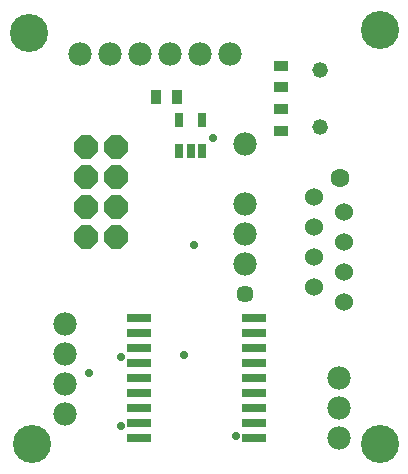
<source format=gts>
G75*
%MOIN*%
%OFA0B0*%
%FSLAX24Y24*%
%IPPOS*%
%LPD*%
%AMOC8*
5,1,8,0,0,1.08239X$1,22.5*
%
%ADD10R,0.0512X0.0355*%
%ADD11C,0.0520*%
%ADD12R,0.0840X0.0300*%
%ADD13C,0.0780*%
%ADD14C,0.0571*%
%ADD15OC8,0.0780*%
%ADD16C,0.0600*%
%ADD17C,0.0631*%
%ADD18R,0.0257X0.0512*%
%ADD19R,0.0355X0.0512*%
%ADD20C,0.0276*%
%ADD21C,0.1267*%
D10*
X013410Y016236D03*
X013410Y016945D03*
X013400Y017686D03*
X013400Y018395D03*
D11*
X014690Y018250D03*
X014690Y016350D03*
D12*
X012510Y009990D03*
X012510Y009490D03*
X012510Y008990D03*
X012510Y008490D03*
X012510Y007990D03*
X012510Y007490D03*
X012510Y006990D03*
X012510Y006490D03*
X012510Y005990D03*
X008650Y005990D03*
X008650Y006490D03*
X008650Y006990D03*
X008650Y007490D03*
X008650Y007990D03*
X008650Y008490D03*
X008650Y008990D03*
X008650Y009490D03*
X008650Y009990D03*
D13*
X006190Y009800D03*
X006190Y008800D03*
X006190Y007800D03*
X006190Y006800D03*
X012190Y011800D03*
X012190Y012800D03*
X012190Y013800D03*
X012190Y015800D03*
X011690Y018800D03*
X010690Y018800D03*
X009690Y018800D03*
X008690Y018800D03*
X007690Y018800D03*
X006690Y018800D03*
X015320Y008000D03*
X015320Y007000D03*
X015320Y006000D03*
D14*
X012190Y010800D03*
D15*
X007890Y012690D03*
X007890Y013690D03*
X007890Y014690D03*
X007890Y015690D03*
X006890Y015690D03*
X006890Y014690D03*
X006890Y013690D03*
X006890Y012690D03*
D16*
X014500Y013020D03*
X014500Y014020D03*
X015500Y013520D03*
X015500Y012520D03*
X015500Y011520D03*
X015500Y010520D03*
X014500Y011020D03*
X014500Y012020D03*
D17*
X015356Y014658D03*
D18*
X010764Y015569D03*
X010390Y015569D03*
X010015Y015569D03*
X010015Y016592D03*
X010764Y016592D03*
D19*
X009934Y017350D03*
X009225Y017350D03*
D20*
X011130Y015980D03*
X010500Y012410D03*
X010150Y008770D03*
X008050Y008700D03*
X007000Y008140D03*
X008050Y006390D03*
X011900Y006040D03*
D21*
X005090Y005800D03*
X016690Y005800D03*
X016690Y019600D03*
X004990Y019500D03*
M02*

</source>
